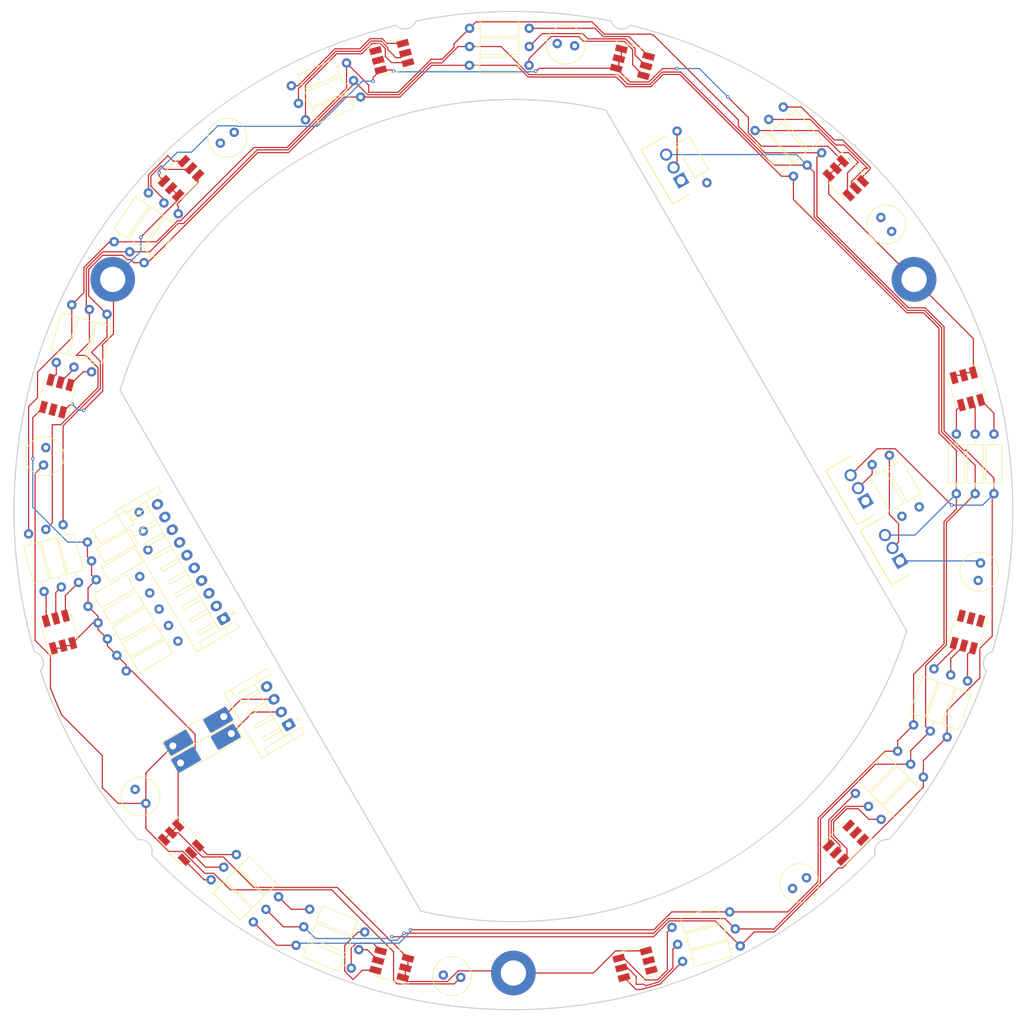
<source format=kicad_pcb>
(kicad_pcb (version 20240108) (generator "pcbnew") (generator_version "8.0")
  (layers (0 "F.Cu" signal) (31 "B.Cu" signal) (34 "B.Paste" user) (35 "F.Paste" user) (36 "B.SilkS" user "B.Silkscreen") (37 "F.SilkS" user "F.Silkscreen") (38 "B.Mask" user) (39 "F.Mask" user) (44 "Edge.Cuts" user))
  (net 0 "")
  (net 1 "pr1")
  (net 2 "pr2")
  (net 3 "pr3")
  (net 4 "pr4")
  (net 5 "pr5")
  (net 6 "pr6")
  (net 7 "pr7")
  (net 8 "pr8")
  (net 9 "Net-(D1-BA)")
  (net 10 "Net-(D1-GA)")
  (net 11 "Net-(Q1-E)")
  (net 12 "Net-(D1-RA)")
  (net 13 "Net-(D2-BA)")
  (net 14 "Net-(D2-GA)")
  (net 15 "Net-(D2-RA)")
  (net 16 "Net-(D3-BA)")
  (net 17 "Net-(D3-GA)")
  (net 18 "Net-(D3-RA)")
  (net 19 "Net-(D4-BA)")
  (net 20 "Net-(D4-GA)")
  (net 21 "Net-(D4-RA)")
  (net 22 "Net-(D5-BA)")
  (net 23 "Net-(D5-GA)")
  (net 24 "Net-(D5-RA)")
  (net 25 "Net-(D6-BA)")
  (net 26 "Net-(D6-GA)")
  (net 27 "Net-(D6-RA)")
  (net 28 "Net-(D7-BA)")
  (net 29 "Net-(D7-GA)")
  (net 30 "Net-(D7-RA)")
  (net 31 "Net-(D8-BA)")
  (net 32 "Net-(D8-GA)")
  (net 33 "Net-(D8-RA)")
  (net 34 "Net-(D9-BA)")
  (net 35 "Net-(D9-GA)")
  (net 36 "Net-(D9-RA)")
  (net 37 "Net-(D10-BA)")
  (net 38 "Net-(D10-GA)")
  (net 39 "Net-(D10-RA)")
  (net 40 "Net-(D11-BA)")
  (net 41 "Net-(D11-GA)")
  (net 42 "Net-(D11-RA)")
  (net 43 "Net-(D12-BA)")
  (net 44 "Net-(D12-GA)")
  (net 45 "Net-(D12-RA)")
  (net 46 "GND")
  (net 47 "5V")
  (net 48 "Net-(Q1-B)")
  (net 49 "BLAUW")
  (net 50 "GROEN")
  (net 51 "Net-(Q2-B)")
  (net 52 "ROOD")
  (net 53 "Net-(Q3-B)")
  (net 55 "Net-(Q3-E)")
  (net 56 "Net-(Q2-E)")
  (net 57 "Net-(D13-K)")
  (net 58 "Net-(D14-A)")
  (footprint "LED_SMD:LED_RGB_5050-6" (layer "F.Cu") (at 38.3632 84.6218 75)
    (property "Reference" "D11" (hide yes))
    (property "Value" "LED_RGB")
  )
  (footprint "Library:FOTORESist" (layer "F.Cu") (at 67.3991 40.6317 38)
    (property "Reference" "PR8" (hide yes))
    (property "Value" "A1050")
  )
  (footprint "Resistor_THT:R_Axial_DIN0207_L6.3mm_D2.5mm_P10.16mm_Horizontal" (layer "F.Cu") (at 53.977538 50.027416 -125)
    (property "Reference" "220Ω_36" (hide yes))
    (property "Value" "R_US" (hide yes))
  )
  (footprint "Resistor_THT:R_Axial_DIN0207_L6.3mm_D2.5mm_P10.16mm_Horizontal" (layer "F.Cu") (at 66.799999 164.85 -45)
    (property "Reference" "220Ω_26" (hide yes))
    (property "Value" "R_US" (hide yes))
  )
  (footprint "Resistor_THT:R_Axial_DIN0207_L6.3mm_D2.5mm_P10.16mm_Horizontal" (layer "F.Cu") (at 38.3 78.9 75)
    (property "Reference" "220Ω_33" (hide yes))
    (property "Value" "R_US")
  )
  (footprint "Resistor_THT:R_Axial_DIN0207_L6.3mm_D2.5mm_P10.16mm_Horizontal" (layer "F.Cu") (at 159.569278 37.516988 -50)
    (property "Reference" "220Ω_8" (hide yes))
    (property "Value" "R_US")
  )
  (footprint "LED_SMD:LED_RGB_5050-6" (layer "F.Cu") (at 136.805524 181.374066 -165)
    (property "Reference" "D7" (hide yes))
    (property "Value" "LED_RGB")
  )
  (footprint "Resistor_THT:R_Axial_DIN0207_L6.3mm_D2.5mm_P10.16mm_Horizontal" (layer "F.Cu") (at 89.8 178.9 157.5)
    (property "Reference" "220Ω_23" (hide yes))
    (property "Value" "R_US" (hide yes))
  )
  (footprint "LED_SMD:LED_RGB_5050-6" (layer "F.Cu") (at 59.531458 160.668542 -45)
    (property "Reference" "D9" (hide yes))
    (property "Value" "LED_RGB")
  )
  (footprint "Diode_SMD:D_MELF-RM10_Universal_Handsoldering" (layer "F.Cu") (at 63.769873 144.6 -150)
    (property "Reference" "D13" (hide yes))
    (property "Value" "D")
  )
  (footprint "MountingHole:MountingHole_4.3mm_M4_ISO7380_Pad" (layer "F.Cu") (at 116.099501 182.875)
    (property "Reference" "J4" (hide yes))
    (property "Value" "Screw_Terminal_01x01")
  )
  (footprint "Connector_JST:JST_EH_S10B-EH_1x10_P2.50mm_Horizontal" (layer "F.Cu") (at 66.776667 122.542785 120)
    (property "Reference" "J2" (hide yes))
    (property "Value" "Conn_01x10_Socket")
  )
  (footprint "Resistor_THT:R_Axial_DIN0207_L6.3mm_D2.5mm_P10.16mm_Horizontal" (layer "F.Cu") (at 56.613769 51.738708 -125)
    (property "Reference" "220Ω_35" (hide yes))
    (property "Value" "R_US" (hide yes))
  )
  (footprint "Library:FOTORESist" (layer "F.Cu") (at 164.800914 167.568267 -142.5)
    (property "Reference" "PR4" (hide yes))
    (property "Value" "A1050")
  )
  (footprint "LED_SMD:LED_RGB_5050-6" (layer "F.Cu") (at 136.358216 27.779092 -15)
    (property "Reference" "D2" (hide yes))
    (property "Value" "LED_RGB")
  )
  (footprint "Resistor_THT:R_Axial_DIN0207_L6.3mm_D2.5mm_P10.16mm_Horizontal" (layer "F.Cu") (at 143.96 39.500591 -60)
    (property "Reference" "R2" (hide yes))
    (property "Value" "R_US")
  )
  (footprint "Resistor_THT:R_Axial_DIN0207_L6.3mm_D2.5mm_P10.16mm_Horizontal" (layer "F.Cu") (at 90.8 175.9 157.5)
    (property "Reference" "220Ω_24" (hide yes))
    (property "Value" "R_US" (hide yes))
  )
  (footprint "Resistor_THT:R_Axial_DIN0207_L6.3mm_D2.5mm_P10.16mm_Horizontal" (layer "F.Cu") (at 68.942102 162.707898 -45)
    (property "Reference" "220Ω_27" (hide yes))
    (property "Value" "R_US" (hide yes))
  )
  (footprint "Resistor_THT:R_Axial_DIN0207_L6.3mm_D2.5mm_P10.16mm_Horizontal" (layer "F.Cu") (at 191.5 91.1 -90)
    (property "Reference" "220Ω_10" (hide yes))
    (property "Value" "R_US" (hide yes))
  )
  (footprint "Resistor_THT:R_Axial_DIN0207_L6.3mm_D2.5mm_P10.16mm_Horizontal" (layer "F.Cu") (at 118.76 28.299999 180)
    (property "Reference" "220Ω_4" (hide yes))
    (property "Value" "R_US" (hide yes))
  )
  (footprint "Resistor_THT:R_Axial_DIN0207_L6.3mm_D2.5mm_P10.16mm_Horizontal" (layer "F.Cu") (at 44.3 80.5 75)
    (property "Reference" "220Ω_31" (hide yes))
    (property "Value" "R_US")
  )
  (footprint "Resistor_THT:R_Axial_DIN0207_L6.3mm_D2.5mm_P10.16mm_Horizontal" (layer "F.Cu") (at 197.9 91.1 -90)
    (property "Reference" "220Ω_12" (hide yes))
    (property "Value" "R_US" (hide yes))
  )
  (footprint "LED_SMD:LED_RGB_5050-6" (layer "F.Cu") (at 193.374066 124.805524 -105)
    (property "Reference" "D5" (hide yes))
    (property "Value" "LED_RGB")
  )
  (footprint "Library:FOTORESist" (layer "F.Cu") (at 52.631733 152.800914 127.5)
    (property "Reference" "PR6" (hide yes))
    (property "Value" "A1050")
  )
  (footprint "Resistor_THT:R_Axial_DIN0207_L6.3mm_D2.5mm_P10.16mm_Horizontal" (layer "F.Cu") (at 144.9 180.9 15)
    (property "Reference" "220Ω_21" (hide yes))
    (property "Value" "R_US")
  )
  (footprint "Resistor_THT:R_Axial_DIN0207_L6.3mm_D2.5mm_P10.16mm_Horizontal" (layer "F.Cu") (at 79.513384 34.788064 22.5)
    (property "Reference" "220Ω_2" (hide yes))
    (property "Value" "R_US")
  )
  (footprint "Resistor_THT:R_Axial_DIN0207_L6.3mm_D2.5mm_P10.16mm_Horizontal" (layer "F.Cu") (at 54.199409 118.16 -150)
    (property "Reference" "10KΩ_4" (hide yes))
    (property "Value" "R_US")
  )
  (footprint "Library:FOTORESist" (layer "F.Cu") (at 105.657905 183.415589 172.5)
    (property "Reference" "PR5" (hide yes))
    (property "Value" "A1050")
  )
  (footprint "Resistor_THT:R_Axial_DIN0207_L6.3mm_D2.5mm_P10.16mm_Horizontal" (layer "F.Cu") (at 88.493309 182.044033 157.5)
    (property "Reference" "220Ω_22" (hide yes))
    (property "Value" "R_US" (hide yes))
  )
  (footprint "Resistor_THT:R_Axial_DIN0207_L6.3mm_D2.5mm_P10.16mm_Horizontal" (layer "F.Cu") (at 144.05 178 15)
    (property "Reference" "220Ω_20" (hide yes))
    (property "Value" "R_US" (hide yes))
  )
  (footprint "Resistor_THT:R_Axial_DIN0207_L6.3mm_D2.5mm_P10.16mm_Horizontal" (layer "F.Cu") (at 143.1 175.1 15)
    (property "Reference" "220Ω_19" (hide yes))
    (property "Value" "R_US" (hide yes))
  )
  (footprint "LED_SMD:LED_RGB_5050-6" (layer "F.Cu") (at 95.394476 26.825934 15)
    (property "Reference" "D1" (hide yes))
    (property "Value" "LED_RGB" (hide yes))
  )
  (footprint "Resistor_THT:R_Axial_DIN0207_L6.3mm_D2.5mm_P10.16mm_Horizontal" (layer "F.Cu") (at 193.4 133.15 -110)
    (property "Reference" "220Ω_15" (hide yes))
    (property "Value" "R_US" (hide yes))
  )
  (footprint "Resistor_THT:R_Axial_DIN0207_L6.3mm_D2.5mm_P10.16mm_Horizontal" (layer "F.Cu") (at 64.65 167 -45)
    (property "Reference" "220Ω_25" (hide yes))
    (property "Value" "R_US" (hide yes))
  )
  (footprint "LED_SMD:LED_RGB_5050-6" (layer "F.Cu") (at 38.825934 124.805524 105)
    (property "Reference" "D10" (hide yes))
    (property "Value" "LED_RGB")
  )
  (footprint "Resistor_THT:R_Axial_DIN0207_L6.3mm_D2.5mm_P10.16mm_Horizontal" (layer "F.Cu") (at 176.538132 154.499595 45)
    (property "Reference" "220Ω_17" (hide yes))
    (property "Value" "R_US" (hide yes))
  )
  (footprint "Resistor_THT:R_Axial_DIN0207_L6.3mm_D2.5mm_P10.16mm_Horizontal" (layer "F.Cu") (at 180.1 94.7 -60)
    (property "Reference" "R3" (hide yes))
    (property "Value" "R_US" (hide yes))
  )
  (footprint "Resistor_THT:R_Axial_DIN0207_L6.3mm_D2.5mm_P10.16mm_Horizontal" (layer "F.Cu") (at 59.063769 53.588708 -125)
    (property "Reference" "220Ω_34" (hide yes))
    (property "Value" "R_US" (hide yes))
  )
  (footprint "LED_SMD:LED_RGB_5050-6" (layer "F.Cu") (at 172.668542 47.531458 -45)
    (property "Reference" "D3" (hide yes))
    (property "Value" "LED_RGB")
  )
  (footprint "Library:NPN" (layer "F.Cu") (at 176.04 102.49941 120)
    (property "Reference" "Q1" (hide yes))
    (property "Value" "NPN")
  )
  (footprint "Resistor_THT:R_Axial_DIN0207_L6.3mm_D2.5mm_P10.16mm_Horizontal" (layer "F.Cu") (at 53.898817 110.82 -150)
    (property "Reference" "10KΩ_6" (hide yes))
    (property "Value" "R_US")
  )
  (footprint "Resistor_THT:R_Axial_DIN0207_L6.3mm_D2.5mm_P10.16mm_Horizontal" (layer "F.Cu") (at 187.687463 131.076362 -110)
    (property "Reference" "220Ω_13" (hide yes))
    (property "Value" "R_US" (hide yes))
  )
  (footprint "LED_SMD:LED_RGB_5050-6" (layer "F.Cu") (at 95.394476 181.374066 165)
    (property "Reference" "D8" (hide yes))
    (property "Value" "LED_RGB")
  )
  (footprint "Library:FOTORESist" (layer "F.Cu") (at 179.568267 55.399086 -52.5)
    (property "Reference" "PR2" (hide yes))
    (property "Value" "A1050")
  )
  (footprint "Resistor_THT:R_Axial_DIN0207_L6.3mm_D2.5mm_P10.16mm_Horizontal" (layer "F.Cu") (at 42.0852 116.357723 105)
    (property "Reference" "220Ω_28" (hide yes))
    (property "Value" "R_US")
  )
  (footprint "Resistor_THT:R_Axial_DIN0207_L6.3mm_D2.5mm_P10.16mm_Horizontal" (layer "F.Cu") (at 174.315794 152.284207 45)
    (property "Reference" "220Ω_16" (hide yes))
    (property "Value" "R_US")
  )
  (footprint "Resistor_THT:R_Axial_DIN0207_L6.3mm_D2.5mm_P10.16mm_Horizontal" (layer "F.Cu") (at 53.098818 107.62 -150)
    (property "Reference" "10KΩ_7" (hide yes))
    (property "Value" "R_US")
  )
  (footprint "Resistor_THT:R_Axial_DIN0207_L6.3mm_D2.5mm_P10.16mm_Horizontal" (layer "F.Cu") (at 157.234639 39.408494 -50)
    (property "Reference" "220Ω_7" (hide yes))
    (property "Value" "R_US")
  )
  (footprint "Resistor_THT:R_Axial_DIN0207_L6.3mm_D2.5mm_P10.16mm_Horizontal" (layer "F.Cu") (at 52.499409 115.36 -150)
    (property "Reference" "10KΩ_5" (hide yes))
    (property "Value" "R_US")
  )
  (footprint "LED_SMD:LED_RGB_5050-6" (layer "F.Cu") (at 59.531458 47.531458 45)
    (property "Reference" "D12" (hide yes))
    (property "Value" "LED_RGB")
  )
  (footprint "Resistor_THT:R_Axial_DIN0207_L6.3mm_D2.5mm_P10.16mm_Horizontal" (layer "F.Cu") (at 58.999409 126.36 -150)
    (property "Reference" "10KΩ_1" (hide yes))
    (property "Value" "R_US")
  )
  (footprint "Resistor_THT:R_Axial_DIN0207_L6.3mm_D2.5mm_P10.16mm_Horizontal" (layer "F.Cu") (at 178.7 156.7 45)
    (property "Reference" "220Ω_18" (hide yes))
    (property "Value" "R_US" (hide yes))
  )
  (footprint "Resistor_THT:R_Axial_DIN0207_L6.3mm_D2.5mm_P10.16mm_Horizontal" (layer "F.Cu") (at 118.8 22 180)
    (property "Reference" "220Ω_6" (hide yes))
    (property "Value" "R_US" (hide yes))
  )
  (footprint "Resistor_THT:R_Axial_DIN0207_L6.3mm_D2.5mm_P10.16mm_Horizontal" (layer "F.Cu") (at 78.313384 31.788064 22.5)
    (property "Reference" "220Ω_3" (hide yes))
    (property "Value" "R_US")
  )
  (footprint "Resistor_THT:R_Axial_DIN0207_L6.3mm_D2.5mm_P10.16mm_Horizontal" (layer "F.Cu") (at 118.8 25.1 180)
    (property "Reference" "220Ω_5" (hide yes))
    (property "Value" "R_US" (hide yes))
  )
  (footprint "Library:NPN" (layer "F.Cu") (at 181.9 112.7 120)
    (property "Reference" "Q3" (hide yes))
    (property "Value" "NPN")
  )
  (footprint "Resistor_THT:R_Axial_DIN0207_L6.3mm_D2.5mm_P10.16mm_Horizontal" (layer "F.Cu") (at 55.8 120.9 -150)
    (property "Reference" "10KΩ_3" (hide yes))
    (property "Value" "R_US")
  )
  (footprint "LED_SMD:LED_RGB_5050-6" (layer "F.Cu") (at 193.374066 83.394476 -75)
    (property "Reference" "D4" (hide yes))
    (property "Value" "LED_RGB")
  )
  (footprint "Resistor_THT:R_Axial_DIN0207_L6.3mm_D2.5mm_P10.16mm_Horizontal" (layer "F.Cu") (at 36.214803 117.906903 105)
    (property "Reference" "220Ω_30" (hide yes))
    (property "Value" "R_US")
  )
  (footprint "Library:FOTORESist" (layer "F.Cu") (at 125.042095 24.784411 -7.5)
    (property "Reference" "PR1" (hide yes))
    (property "Value" "A1050")
  )
  (footprint "Resistor_THT:R_Axial_DIN0207_L6.3mm_D2.5mm_P10.16mm_Horizontal" (layer "F.Cu") (at 194.7 91.1 -90)
    (property "Reference" "220Ω_11" (hide yes))
    (property "Value" "R_US" (hide yes))
  )
  (footprint "MountingHole:MountingHole_4.3mm_M4_ISO7380_Pad" (layer "F.Cu") (at 184.299002 64.75)
    (property "Reference" "J3" (hide yes))
    (property "Value" "Screw_Terminal_01x01")
  )
  (footprint "Resistor_THT:R_Axial_DIN0207_L6.3mm_D2.5mm_P10.16mm_Horizontal" (layer "F.Cu") (at 52.398818 104.42 -150)
    (property "Reference" "10KΩ_8" (hide yes))
    (property "Value" "R_US")
  )
  (footprint "Diode_SMD:D_MELF-RM10_Universal_Handsoldering" (layer "F.Cu") (at 62.469872 141.699999 30)
    (property "Reference" "D14" (hide yes))
    (property "Value" "D")
  )
  (footprint "Resistor_THT:R_Axial_DIN0207_L6.3mm_D2.5mm_P10.16mm_Horizontal" (layer "F.Cu") (at 177.16 96.300591 -60)
    (property "Reference" "R1" (hide yes))
    (property "Value" "R_US")
  )
  (footprint "Library:FOTORESist" (layer "F.Cu") (at 36.321718 94.8852 82.5)
    (property "Reference" "PR7" (hide yes))
    (property "Value" "A1050")
  )
  (footprint "Resistor_THT:R_Axial_DIN0207_L6.3mm_D2.5mm_P10.16mm_Horizontal" (layer "F.Cu") (at 190.537463 132.126362 -110)
    (property "Reference" "220Ω_14" (hide yes))
    (property "Value" "R_US" (hide yes))
  )
  (footprint "Resistor_THT:R_Axial_DIN0207_L6.3mm_D2.5mm_P10.16mm_Horizontal" (layer "F.Cu") (at 57.4 123.7 -150)
    (property "Reference" "10KΩ_2" (hide yes))
    (property "Value" "R_US")
  )
  (footprint "LED_SMD:LED_RGB_5050-6" (layer "F.Cu") (at 172.668542 160.668542 -135)
    (property "Reference" "D6" (hide yes))
    (property "Value" "LED_RGB")
  )
  (footprint "Resistor_THT:R_Axial_DIN0207_L6.3mm_D2.5mm_P10.16mm_Horizontal" (layer "F.Cu") (at 80.713384 37.588064 22.5)
    (property "Reference" "220Ω_1" (hide yes))
    (property "Value" "R_US")
  )
  (footprint "Resistor_THT:R_Axial_DIN0207_L6.3mm_D2.5mm_P10.16mm_Horizontal" (layer "F.Cu") (at 162.034639 35.408494 -50)
    (property "Reference" "220Ω_9" (hide yes))
    (property "Value" "R_US")
  )
  (footprint "Library:NPN" (layer "F.Cu") (at 144.64 47.899408 120)
    (property "Reference" "Q2" (hide yes))
    (property "Value" "NPN")
  )
  (footprint "Resistor_THT:R_Axial_DIN0207_L6.3mm_D2.5mm_P10.16mm_Horizontal" (layer "F.Cu") (at 41.3 79.7 75)
    (property "Reference" "220Ω_32" (hide yes))
    (property "Value" "R_US")
  )
  (footprint "Connector_JST:JST_EH_S4B-EH_1x04_P2.50mm_Horizontal" (layer "F.Cu") (at 77.85 140.59519 120)
    (property "Reference" "J1" (hide yes))
    (property "Value" "Conn_01x04_Socket")
  )
  (footprint "MountingHole:MountingHole_4.3mm_M4_ISO7380_Pad" (layer "F.Cu") (at 47.9 64.75)
    (property "Reference" "J5" (hide yes))
    (property "Value" "Screw_Terminal_01x01" (hide yes))
  )
  (footprint "Library:FOTORESist" (layer "F.Cu") (at 195.415589 114.542095 -97.5)
    (property "Reference" "PR3" (hide yes))
    (property "Value" "A1050")
  )
  (footprint "Resistor_THT:R_Axial_DIN0207_L6.3mm_D2.5mm_P10.16mm_Horizontal" (layer "F.Cu") (at 39.150001 117.149999 105)
    (property "Reference" "220Ω_29" (hide yes))
    (property "Value" "R_US")
  )
  (gr_arc (start 183.041031 124.59037) (mid 151.0995 164.746777) (end 100.352265 172.33075) (stroke (width 0.2)) (layer "Edge.Cuts"))
  (gr_arc (start 177.67869 162.716839) (mid 116.099501 189.125) (end 54.520312 162.716839) (stroke (width 0.2)) (layer "Edge.Cuts"))
  (gr_arc (start 196.59566 131.426435) (mid 196.189006 129.49945) (end 197.631109 128.158191) (stroke (width 0.2)) (layer "Edge.Cuts"))
  (gr_arc (start 34.567885 128.158224) (mid 36.009965 129.49947) (end 35.603342 131.426435) (stroke (width 0.2)) (layer "Edge.Cuts"))
  (gr_line (start 100.352265 172.33075) (end 49.157969 83.659628) (stroke (width 0.2)) (layer "Edge.Cuts"))
  (gr_arc (start 99.495157 20.762564) (mid 98.029669 22.07819) (end 96.147076 21.499939) (stroke (width 0.2)) (layer "Edge.Cuts"))
  (gr_arc (start 99.495157 20.762564) (mid 116.099501 19.125) (end 132.703845 20.762564) (stroke (width 0.2)) (layer "Edge.Cuts"))
  (gr_line (start 131.846734 35.919247) (end 183.041031 124.59037) (stroke (width 0.2)) (layer "Edge.Cuts"))
  (gr_arc (start 136.051927 21.499939) (mid 189.71166 61.625) (end 197.631116 128.158222) (stroke (width 0.2)) (layer "Edge.Cuts"))
  (gr_arc (start 52.207685 160.186002) (mid 42.487341 146.625001) (end 35.603342 131.426435) (stroke (width 0.2)) (layer "Edge.Cuts"))
  (gr_arc (start 34.567886 128.158222) (mid 42.487342 61.625) (end 96.147075 21.499939) (stroke (width 0.2)) (layer "Edge.Cuts"))
  (gr_arc (start 52.2077 160.186078) (mid 54.079784 160.79738) (end 54.520311 162.716839) (stroke (width 0.2)) (layer "Edge.Cuts"))
  (gr_arc (start 196.59566 131.426435) (mid 189.71166 146.625) (end 179.991317 160.186002) (stroke (width 0.2)) (layer "Edge.Cuts"))
  (gr_arc (start 177.678691 162.716839) (mid 178.119218 160.79738) (end 179.991302 160.186078) (stroke (width 0.2)) (layer "Edge.Cuts"))
  (gr_arc (start 49.157969 83.659628) (mid 81.0995 43.503221) (end 131.846734 35.919247) (stroke (width 0.2)) (layer "Edge.Cuts"))
  (gr_arc (start 136.051926 21.499938) (mid 134.169335 22.07819) (end 132.703847 20.762564) (stroke (width 0.2)) (layer "Edge.Cuts"))
  (segment (start 92.070775 24.565533) (end 93.434687 24.565533) (width 0.2) (layer "F.Cu") (net 9))
  (segment (start 90.304213 26.332095) (end 86.032095 26.332095) (width 0.2) (layer "F.Cu") (net 9))
  (segment (start 95.346842 27.846842) (end 98.15269 27.846842) (width 0.2) (layer "F.Cu") (net 9))
  (segment (start 94.3 25.430846) (end 94.3 26.8) (width 0.2) (layer "F.Cu") (net 9))
  (segment (start 90.5 26.136308) (end 90.304213 26.332095) (width 0.2) (layer "F.Cu") (net 9))
  (segment (start 94.3 26.8) (end 95.346842 27.846842) (width 0.2) (layer "F.Cu") (net 9))
  (segment (start 80.713384 37.588064) (end 80.713384 31.650806) (width 0.2) (layer "F.Cu") (net 9))
  (segment (start 90.5 26.136308) (end 92.070775 24.565533) (width 0.2) (layer "F.Cu") (net 9))
  (segment (start 80.713384 31.650806) (end 86.032095 26.332095) (width 0.2) (layer "F.Cu") (net 9))
  (segment (start 93.434687 24.565533) (end 94.3 25.430846) (width 0.2) (layer "F.Cu") (net 9))
  (segment (start 85.899252 25.899252) (end 79.513384 32.28512) (width 0.2) (layer "F.Cu") (net 10))
  (segment (start 96.917466 27) (end 96.103468 27) (width 0.2) (layer "F.Cu") (net 10))
  (segment (start 90.1 25.932095) (end 89.9 25.932095) (width 0.2) (layer "F.Cu") (net 10))
  (segment (start 89.867157 25.899252) (end 85.899252 25.899252) (width 0.2) (layer "F.Cu") (net 10))
  (segment (start 79.513384 32.28512) (end 79.513384 34.788064) (width 0.2) (layer "F.Cu") (net 10))
  (segment (start 93.600373 24.165533) (end 91.866562 24.165533) (width 0.2) (layer "F.Cu") (net 10))
  (segment (start 97.712698 26.204768) (end 96.917466 27) (width 0.2) (layer "F.Cu") (net 10))
  (segment (start 89.9 25.932095) (end 89.867157 25.899252) (width 0.2) (layer "F.Cu") (net 10))
  (segment (start 91.866562 24.165533) (end 90.1 25.932095) (width 0.2) (layer "F.Cu") (net 10))
  (segment (start 96.103468 27) (end 94.7 25.596532) (width 0.2) (layer "F.Cu") (net 10))
  (segment (start 94.7 25.26516) (end 93.600373 24.165533) (width 0.2) (layer "F.Cu") (net 10))
  (segment (start 94.7 25.596532) (end 94.7 25.26516) (width 0.2) (layer "F.Cu") (net 10))
  (segment (start 154.4 38.695175) (end 158.896331 43.191506) (width 0.2) (layer "F.Cu") (net 11))
  (segment (start 40.929602 69.086194) (end 43.000001 67.015795) (width 0.2) (layer "F.Cu") (net 11))
  (segment (start 43.000001 62.720351) (end 47.370351 58.350001) (width 0.2) (layer "F.Cu") (net 11))
  (segment (start 160.516055 175.883945) (end 171.436305 164.963695) (width 0.2) (layer "F.Cu") (net 11))
  (segment (start 189.4 72.8) (end 189.4 90.555635) (width 0.2) (layer "F.Cu") (net 11))
  (segment (start 35.1 84.904323) (end 35.1 80.544365) (width 0.2) (layer "F.Cu") (net 11))
  (segment (start 158.896331 43.191506) (end 168.565363 43.191506) (width 0.2) (layer "F.Cu") (net 11))
  (segment (start 87.7 32.157083) (end 87.7 27.9) (width 0.2) (layer "F.Cu") (net 11))
  (segment (start 40.929602 74.714763) (end 40.929602 69.086194) (width 0.2) (layer "F.Cu") (net 11))
  (segment (start 185.884205 146.738147) (end 189.925075 142.697277) (width 0.2) (layer "F.Cu") (net 11))
  (segment (start 55.349999 58.350001) (end 58.9 54.8) (width 0.2) (layer "F.Cu") (net 11))
  (segment (start 189.925075 138.18056) (end 195.488093 132.617542) (width 0.2) (layer "F.Cu") (net 11))
  (segment (start 77.557083 42.3) (end 87.7 32.157083) (width 0.2) (layer "F.Cu") (net 11))
  (segment (start 129.465686 20.9) (end 131.565686 23) (width 0.2) (layer "F.Cu") (net 11))
  (segment (start 43.000001 67.015795) (end 43.000001 62.720351) (width 0.2) (layer "F.Cu") (net 11))
  (segment (start 186.2 69.6) (end 189.4 72.8) (width 0.2) (layer "F.Cu") (net 11))
  (segment (start 71.908112 42.3) (end 77.557083 42.3) (width 0.2) (layer "F.Cu") (net 11))
  (segment (start 139.944365 176.7) (end 95.4 176.7) (width 0.2) (layer "F.Cu") (net 11))
  (segment (start 150.443406 174) (end 142.644365 174) (width 0.2) (layer "F.Cu") (net 11))
  (segment (start 142.644365 174) (end 139.944365 176.7) (width 0.2) (layer "F.Cu") (net 11))
  (segment (start 81.413384 172.011936) (end 78.24614 172.011936) (width 0.2) (layer "F.Cu") (net 11))
  (segment (start 106 25.234314) (end 103.967157 27.267157) (width 0.2) (layer "F.Cu") (net 11))
  (segment (start 183.350726 69.6) (end 186.2 69.6) (width 0.2) (layer "F.Cu") (net 11))
  (segment (start 192.744365 93.9) (end 193 93.9) (width 0.2) (layer "F.Cu") (net 11))
  (segment (start 91.465686 32.9) (end 91.465686 31.665686) (width 0.2) (layer "F.Cu") (net 11))
  (segment (start 185.884205 151.215795) (end 185.884205 149.515795) (width 0.2) (layer "F.Cu") (net 11))
  (segment (start 78.24614 172.011936) (end 76.126307 169.892103) (width 0.2) (layer "F.Cu") (net 11))
  (segment (start 171.436305 164.963695) (end 172.136305 164.963695) (width 0.2) (layer "F.Cu") (net 11))
  (segment (start 154.713805 178.270399) (end 157.100259 175.883945) (width 0.2) (layer "F.Cu") (net 11))
  (segment (start 108.64 22) (end 109.74 20.9) (width 0.2) (layer "F.Cu") (net 11))
  (segment (start 193 93.9) (end 193.1 93.8) (width 0.2) (layer "F.Cu") (net 11))
  (segment (start 58.9 54.8) (end 59.408112 54.8) (width 0.2) (layer "F.Cu") (net 11))
  (segment (start 189.4 90.555635) (end 192.744365 93.9) (width 0.2) (layer "F.Cu") (net 11))
  (segment (start 59.408112 54.8) (end 71.908112 42.3) (width 0.2) (layer "F.Cu") (net 11))
  (segment (start 185.884205 149.515795) (end 185.884205 146.738147) (width 0.2) (layer "F.Cu") (net 11))
  (segment (start 154.713805 178.270399) (end 150.443406 174) (width 0.2) (layer "F.Cu") (net 11))
  (segment (start 189.925075 142.697277) (end 189.925075 138.18056) (width 0.2) (layer "F.Cu") (net 11))
  (segment (start 108.64 22) (end 106 24.64) (width 0.2) (layer "F.Cu") (net 11))
  (segment (start 197.9 98.6) (end 197.9 101.26) (width 0.2) (layer "F.Cu") (net 11))
  (segment (start 195.488093 132.617542) (end 195.488093 127.611907) (width 0.2) (layer "F.Cu") (net 11))
  (segment (start 35.1 80.544365) (end 40.929602 74.714763) (width 0.2) (layer "F.Cu") (net 11))
  (segment (start 197.6 125.5) (end 197.6 101.56) (width 0.2) (layer "F.Cu") (net 11))
  (segment (start 173.5 98.1) (end 178 93.6) (width 0.2) (layer "F.Cu") (net 11))
  (segment (start 168.565363 43.191506) (end 167.765364 43.991505) (width 0.2) (layer "F.Cu") (net 11))
  (segment (start 102.101472 27.267157) (end 96.468629 32.9) (width 0.2) (layer "F.Cu") (net 11))
  (segment (start 33.5852 86.419123) (end 35.1 84.904323) (width 0.2) (layer "F.Cu") (net 11))
  (segment (start 103.967157 27.267157) (end 102.101472 27.267157) (width 0.2) (layer "F.Cu") (net 11))
  (segment (start 181.1 93.6) (end 190.7 103.2) (width 0.2) (layer "F.Cu") (net 11))
  (segment (start 157.100259 175.883945) (end 160.516055 175.883945) (width 0.2) (layer "F.Cu") (net 11))
  (segment (start 193.1 93.8) (end 197.9 98.6) (width 0.2) (layer "F.Cu") (net 11))
  (segment (start 91.465686 31.665686) (end 87.7 27.9) (width 0.2) (layer "F.Cu") (net 11))
  (segment (start 48.150001 58.350001) (end 55.349999 58.350001) (width 0.2) (layer "F.Cu") (net 11))
  (segment (start 172.136305 164.963695) (end 185.884205 151.215795) (width 0.2) (layer "F.Cu") (net 11))
  (segment (start 139.355488 23) (end 139.979563 23.179563) (width 0.2) (layer "F.Cu") (net 11))
  (segment (start 109.74 20.9) (end 129.465686 20.9) (width 0.2) (layer "F.Cu") (net 11))
  (segment (start 178 93.6) (end 181.1 93.6) (width 0.2) (layer "F.Cu") (net 11))
  (segment (start 131.565686 23) (end 139.355488 23) (width 0.2) (layer "F.Cu") (net 11))
  (segment (start 96.468629 32.9) (end 91.465686 32.9) (width 0.2) (layer "F.Cu") (net 11))
  (segment (start 167.765364 43.991505) (end 167.765364 54.014638) (width 0.2) (layer "F.Cu") (net 11))
  (segment (start 154.4 37.6) (end 154.4 38.695175) (width 0.2) (layer "F.Cu") (net 11))
  (segment (start 197.6 101.56) (end 197.9 101.26) (width 0.2) (layer "F.Cu") (net 11))
  (segment (start 167.765364 54.014638) (end 183.350726 69.6) (width 0.2) (layer "F.Cu") (net 11))
  (segment (start 106 24.64) (end 106 25.234314) (width 0.2) (layer "F.Cu") (net 11))
  (segment (start 33.5852 108.093096) (end 33.5852 86.419123) (width 0.2) (layer "F.Cu") (net 11))
  (segment (start 47.370351 58.350001) (end 48.150001 58.350001) (width 0.2) (layer "F.Cu") (net 11))
  (segment (start 195.488093 127.611907) (end 197.6 125.5) (width 0.2) (layer "F.Cu") (net 11))
  (segment (start 139.979563 23.179563) (end 154.4 37.6) (width 0.2) (layer "F.Cu") (net 11))
  (via (at 95.4 176.7) (size 0.6) (drill 0.3) (layers "F.Cu" "B.Cu") (net 11))
  (via (at 190.7 103.2) (size 0.6) (drill 0.3) (layers "F.Cu" "B.Cu") (net 11))
  (segment (start 195.96 103.2) (end 197.9 101.26) (width 0.2) (layer "B.Cu") (net 11))
  (segment (start 190.7 103.2) (end 195.96 103.2) (width 0.2) (layer "B.Cu") (net 11))
  (segment (start 93.766059 23.765533) (end 91.700876 23.765533) (width 0.2) (layer "F.Cu") (net 12))
  (segment (start 79.444754 31.788064) (end 78.313384 31.788064) (width 0.2) (layer "F.Cu") (net 12))
  (segment (start 89.967157 25.499252) (end 85.733567 25.499252) (width 0.2) (layer "F.Cu") (net 12))
  (segment (start 91.700876 23.765533) (end 89.967157 25.499252) (width 0.2) (layer "F.Cu") (net 12))
  (segment (start 85.41641 25.816409) (end 85.416409 25.816409) (width 0.2) (layer "F.Cu") (net 12))
  (segment (start 85.416409 25.816409) (end 79.444754 31.788064) (width 0.2) (layer "F.Cu") (net 12))
  (segment (start 85.733567 25.499252) (end 85.41641 25.816409) (width 0.2) (layer "F.Cu") (net 12))
  (segment (start 94.56322 24.562694) (end 93.766059 23.765533) (width 0.2) (layer "F.Cu") (net 12))
  (segment (start 97.272706 24.562694) (end 94.56322 24.562694) (width 0.2) (layer "F.Cu") (net 12))
  (segment (start 128 24.2) (end 127.2 23.4) (width 0.2) (layer "F.Cu") (net 13))
  (segment (start 138.236446 30.04233) (end 137.268162 29.074046) (width 0.2) (layer "F.Cu") (net 13))
  (segment (start 134.969112 24.2) (end 128 24.2) (width 0.2) (layer "F.Cu") (net 13))
  (segment (start 136.4 28.2) (end 136.4 25.630888) (width 0.2) (layer "F.Cu") (net 13))
  (segment (start 137.268162 29.074046) (end 137.268162 29.068162) (width 0.2) (layer "F.Cu") (net 13))
  (segment (start 122.528629 23.4) (end 118.76 27.168629) (width 0.2) (layer "F.Cu") (net 13))
  (segment (start 118.76 27.168629) (end 118.76 28.299999) (width 0.2) (layer "F.Cu") (net 13))
  (segment (start 137.268162 29.068162) (end 136.4 28.2) (width 0.2) (layer "F.Cu") (net 13))
  (segment (start 127.2 23.4) (end 122.528629 23.4) (width 0.2) (layer "F.Cu") (net 13))
  (segment (start 136.4 25.630888) (end 134.969112 24.2) (width 0.2) (layer "F.Cu") (net 13))
  (segment (start 136.8 25.4) (end 135.2 23.8) (width 0.2) (layer "F.Cu") (net 14))
  (segment (start 136.8 25.4) (end 136.8 26.523819) (width 0.2) (layer "F.Cu") (net 14))
  (segment (start 118.8 25.1) (end 121 22.9) (width 0.2) (layer "F.Cu") (net 14))
  (segment (start 135.2 23.8) (end 128.8 23.8) (width 0.2) (layer "F.Cu") (net 14))
  (segment (start 127.9 22.9) (end 128.8 23.8) (width 0.2) (layer "F.Cu") (net 14))
  (segment (start 136.8 26.523819) (end 138.676438 28.400257) (width 0.2) (layer "F.Cu") (net 14))
  (segment (start 121 22.9) (end 127.9 22.9) (width 0.2) (layer "F.Cu") (net 14))
  (segment (start 130 22) (end 118.8 22) (width 0.2) (layer "F.Cu") (net 15))
  (segment (start 135.758248 23.4) (end 131.4 23.4) (width 0.2) (layer "F.Cu") (net 15))
  (segment (start 139.116432 26.758184) (end 135.758248 23.4) (width 0.2) (layer "F.Cu") (net 15))
  (segment (start 131.4 23.4) (end 130 22) (width 0.2) (layer "F.Cu") (net 15))
  (segment (start 172.969582 50.236661) (end 173.163517 50.430596) (width 0.2) (layer "F.Cu") (net 16))
  (segment (start 167.962415 39.408494) (end 171.711178 43.157257) (width 0.2) (layer "F.Cu") (net 16))
  (segment (start 174.792743 44.807257) (end 172.969582 46.630418) (width 0.2) (layer "F.Cu") (net 16))
  (segment (start 171.711178 43.157257) (end 173.142743 43.157257) (width 0.2) (layer "F.Cu") (net 16))
  (segment (start 173.142743 43.157257) (end 174.792743 44.807257) (width 0.2) (layer "F.Cu") (net 16))
  (segment (start 157.234639 39.408494) (end 167.962415 39.408494) (width 0.2) (layer "F.Cu") (net 16))
  (segment (start 172.969582 46.630418) (end 172.969582 50.236661) (width 0.2) (layer "F.Cu") (net 16))
  (segment (start 173.658491 48.097144) (end 173.658491 48.521407) (width 0.2) (layer "F.Cu") (net 17))
  (segment (start 173.658491 48.521407) (end 174.365598 49.228514) (width 0.2) (layer "F.Cu") (net 17))
  (segment (start 166.636595 37.516988) (end 170.994021 41.874414) (width 0.2) (layer "F.Cu") (net 17))
  (segment (start 172.425586 41.874414) (end 176.392743 45.841571) (width 0.2) (layer "F.Cu") (net 17))
  (segment (start 175.914064 45.841571) (end 173.658491 48.097144) (width 0.2) (layer "F.Cu") (net 17))
  (segment (start 159.569278 37.516988) (end 166.636595 37.516988) (width 0.2) (layer "F.Cu") (net 17))
  (segment (start 176.392743 45.841571) (end 175.914064 45.841571) (width 0.2) (layer "F.Cu") (net 17))
  (segment (start 170.994021 41.874414) (end 172.425586 41.874414) (width 0.2) (layer "F.Cu") (net 17))
  (segment (start 176.8 45.683142) (end 176.8 46) (width 0.2) (layer "F.Cu") (net 18))
  (segment (start 172.128611 41.011753) (end 176.8 45.683142) (width 0.2) (layer "F.Cu") (net 18))
  (segment (start 165.093787 35.408494) (end 170.697046 41.011753) (width 0.2) (layer "F.Cu") (net 18))
  (segment (start 176.8 46) (end 175.567681 47.232319) (width 0.2) (layer "F.Cu") (net 18))
  (segment (start 175.567681 47.232319) (end 175.567681 48.026432) (width 0.2) (layer "F.Cu") (net 18))
  (segment (start 170.697046 41.011753) (end 172.128611 41.011753) (width 0.2) (layer "F.Cu") (net 18))
  (segment (start 162.034639 35.408494) (end 165.093787 35.408494) (width 0.2) (layer "F.Cu") (net 18))
  (segment (start 191.5 87.005848) (end 192.353158 86.15269) (width 0.2) (layer "F.Cu") (net 19))
  (segment (start 191.5 91.1) (end 191.5 87.005848) (width 0.2) (layer "F.Cu") (net 19))
  (segment (start 194.7 91.1) (end 194.7 86.417466) (width 0.2) (layer "F.Cu") (net 20))
  (segment (start 194.7 86.417466) (end 193.995232 85.712698) (width 0.2) (layer "F.Cu") (net 20))
  (segment (start 197.9 91.1) (end 197.9 87.5354) (width 0.2) (layer "F.Cu") (net 21))
  (segment (start 197.9 87.5354) (end 195.637306 85.272706) (width 0.2) (layer "F.Cu") (net 21))
  (segment (start 191.110826 127.652999) (end 191.110826 126.683754) (width 0.2) (layer "F.Cu") (net 22))
  (segment (start 187.687463 131.076362) (end 191.110826 127.652999) (width 0.2) (layer "F.Cu") (net 22))
  (segment (start 190.537463 129.339183) (end 192.7529 127.123746) (width 0.2) (layer "F.Cu") (net 23))
  (segment (start 190.537463 132.126362) (end 190.537463 129.339183) (width 0.2) (layer "F.Cu") (net 23))
  (segment (start 193.4 133.15) (end 193.4 128.558712) (width 0.2) (layer "F.Cu") (net 24))
  (segment (start 193.4 128.558712) (end 194.394974 127.563738) (width 0.2) (layer "F.Cu") (net 24))
  (segment (start 169.769404 161.163517) (end 169.769404 156.830597) (width 0.2) (layer "F.Cu") (net 25))
  (segment (start 169.769404 156.830597) (end 174.315794 152.284207) (width 0.2) (layer "F.Cu") (net 25))
  (segment (start 171.678593 161.109189) (end 170.169404 159.6) (width 0.2) (layer "F.Cu") (net 26))
  (segment (start 171.678593 161.658491) (end 171.678593 161.109189) (width 0.2) (layer "F.Cu") (net 26))
  (segment (start 170.971486 162.365598) (end 171.678593 161.658491) (width 0.2) (layer "F.Cu") (net 26))
  (segment (start 172.700405 154.499595) (end 176.538132 154.499595) (width 0.2) (layer "F.Cu") (net 26))
  (segment (start 170.2 159.569404) (end 170.2 157) (width 0.2) (layer "F.Cu") (net 26))
  (segment (start 170.2 157) (end 172.700405 154.499595) (width 0.2) (layer "F.Cu") (net 26))
  (segment (start 170.169404 159.6) (end 170.2 159.569404) (width 0.2) (layer "F.Cu") (net 26))
  (segment (start 172.880674 162.860572) (end 172.880674 161.745584) (width 0.2) (layer "F.Cu") (net 27))
  (segment (start 172.866091 154.899595) (end 174.8 154.899595) (width 0.2) (layer "F.Cu") (net 27))
  (segment (start 172.880674 161.745584) (end 170.6 159.46491) (width 0.2) (layer "F.Cu") (net 27))
  (segment (start 170.6 159.46491) (end 170.6 157.165686) (width 0.2) (layer "F.Cu") (net 27))
  (segment (start 170.6 157.165686) (end 172.866091 154.899595) (width 0.2) (layer "F.Cu") (net 27))
  (segment (start 174.8 154.899595) (end 176.600405 156.7) (width 0.2) (layer "F.Cu") (net 27))
  (segment (start 172.173567 163.567679) (end 172.880674 162.860572) (width 0.2) (layer "F.Cu") (net 27))
  (segment (start 176.600405 156.7) (end 178.7 156.7) (width 0.2) (layer "F.Cu") (net 27))
  (segment (start 143.1 175.1) (end 142.300001 175.899999) (width 0.2) (layer "F.Cu") (net 28))
  (segment (start 134.883146 180.353158) (end 134.04731 180.353158) (width 0.2) (layer "F.Cu") (net 28))
  (segment (start 142.300001 175.899999) (end 142.300001 182.368627) (width 0.2) (layer "F.Cu") (net 28))
  (segment (start 140.629625 184.039003) (end 140.576314 184.05501) (width 0.2) (layer "F.Cu") (net 28))
  (segment (start 142.300001 182.368627) (end 140.629625 184.039003) (width 0.2) (layer "F.Cu") (net 28))
  (segment (start 138.584998 184.05501) (end 134.883146 180.353158) (width 0.2) (layer "F.Cu") (net 28))
  (segment (start 140.576314 184.05501) (end 138.584998 184.05501) (width 0.2) (layer "F.Cu") (net 28))
  (segment (start 138.388063 184.8) (end 137 184.8) (width 0.2) (layer "F.Cu") (net 29))
  (segment (start 138.947317 184.951538) (end 138.628003 185.03994) (width 0.2) (layer "F.Cu") (net 29))
  (segment (start 137 183.472654) (end 135.522578 181.995232) (width 0.2) (layer "F.Cu") (net 29))
  (segment (start 137 184.8) (end 137 183.472654) (width 0.2) (layer "F.Cu") (net 29))
  (segment (start 143.250001 181.984313) (end 140.841194 184.39312) (width 0.2) (layer "F.Cu") (net 29))
  (segment (start 144.05 178) (end 143.250001 178.799999) (width 0.2) (layer "F.Cu") (net 29))
  (segment (start 138.628003 185.03994) (end 138.388063 184.8) (width 0.2) (layer "F.Cu") (net 29))
  (segment (start 143.250001 178.799999) (end 143.250001 181.984313) (width 0.2) (layer "F.Cu") (net 29))
  (segment (start 135.522578 181.995232) (end 134.487302 181.995232) (width 0.2) (layer "F.Cu") (net 29))
  (segment (start 139.384266 184.830569) (end 138.947317 184.951538) (width 0.2) (layer "F.Cu") (net 29))
  (segment (start 140.841194 184.39312) (end 139.384266 184.830569) (width 0.2) (layer "F.Cu") (net 29))
  (segment (start 141.2 184.7) (end 141.2 184.6) (width 0.2) (layer "F.Cu") (net 30))
  (segment (start 139.495197 185.214904) (end 141.173292 184.711048) (width 0.2) (layer "F.Cu") (net 30))
  (segment (start 141.2 184.6) (end 144.9 180.9) (width 0.2) (layer "F.Cu") (net 30))
  (segment (start 137.811681 185.680983) (end 139.495197 185.214904) (width 0.2) (layer "F.Cu") (net 30))
  (segment (start 141.173292 184.711048) (end 141.18434 184.7) (width 0.2) (layer "F.Cu") (net 30))
  (segment (start 134.927294 183.637306) (end 136.970971 185.680983) (width 0.2) (layer "F.Cu") (net 30))
  (segment (start 141.18434 184.7) (end 141.2 184.7) (width 0.2) (layer "F.Cu") (net 30))
  (segment (start 136.970971 185.680983) (end 137.811681 185.680983) (width 0.2) (layer "F.Cu") (net 30))
  (segment (start 88.493309 178.651056) (end 89.344365 177.8) (width 0.2) (layer "F.Cu") (net 31))
  (segment (start 88.493309 182.044033) (end 88.493309 178.651056) (width 0.2) (layer "F.Cu") (net 31))
  (segment (start 89.344365 177.8) (end 92.205419 177.8) (width 0.2) (layer "F.Cu") (net 31))
  (segment (start 92.205419 177.8) (end 93.516246 179.110827) (width 0.2) (layer "F.Cu") (net 31))
  (segment (start 91.223354 178.9) (end 89.8 178.9) (width 0.2) (layer "F.Cu") (net 32))
  (segment (start 93.076254 180.7529) (end 91.223354 178.9) (width 0.2) (layer "F.Cu") (net 32))
  (segment (start 88.809686 183.984821) (end 90.399533 182.394974) (width 0.2) (layer "F.Cu") (net 33))
  (segment (start 87.393309 178.175321) (end 87.393309 182.568444) (width 0.2) (layer "F.Cu") (net 33))
  (segment (start 87.393309 182.568444) (end 88.809686 183.984821) (width 0.2) (layer "F.Cu") (net 33))
  (segment (start 89.66863 175.9) (end 87.393309 178.175321) (width 0.2) (layer "F.Cu") (net 33))
  (segment (start 90.8 175.9) (end 89.66863 175.9) (width 0.2) (layer "F.Cu") (net 33))
  (segment (start 90.399533 182.394974) (end 92.636262 182.394974) (width 0.2) (layer "F.Cu") (net 33))
  (segment (start 63.458753 167) (end 64.65 167) (width 0.2) (layer "F.Cu") (net 34))
  (segment (start 60.026433 163.56768) (end 63.458753 167) (width 0.2) (layer "F.Cu") (net 34))
  (segment (start 61.228514 162.365598) (end 63.712916 164.85) (width 0.2) (layer "F.Cu") (net 35))
  (segment (start 63.712916 164.85) (end 66.799999 164.85) (width 0.2) (layer "F.Cu") (net 35))
  (segment (start 62.430596 161.163517) (end 63.974977 162.707898) (width 0.2) (layer "F.Cu") (net 36))
  (segment (start 63.974977 162.707898) (end 68.942102 162.707898) (width 0.2) (layer "F.Cu") (net 36))
  (segment (start 39.846845 118.596078) (end 42.0852 116.357723) (width 0.2) (layer "F.Cu") (net 37))
  (segment (start 39.846845 122.047309) (end 39.846845 118.596078) (width 0.2) (layer "F.Cu") (net 37))
  (segment (start 38.204768 122.487302) (end 38.204768 118.095232) (width 0.2) (layer "F.Cu") (net 38))
  (segment (start 38.204768 118.095232) (end 39.150001 117.149999) (width 0.2) (layer "F.Cu") (net 38))
  (segment (start 36.562695 122.927295) (end 36.562695 118.254795) (width 0.2) (layer "F.Cu") (net 39))
  (segment (start 36.562695 118.254795) (end 36.214803 117.906903) (width 0.2) (layer "F.Cu") (net 39))
  (segment (start 42.870012 80.5) (end 40.626441 82.743571) (width 0.2) (layer "F.Cu") (net 40))
  (segment (start 44.3 80.5) (end 42.870012 80.5) (width 0.2) (layer "F.Cu") (net 40))
  (segment (start 41.3 79.987945) (end 41.3 79.7) (width 0.2) (layer "F.Cu") (net 41))
  (segment (start 38.984367 82.303578) (end 41.3 79.987945) (width 0.2) (layer "F.Cu") (net 41))
  (segment (start 38.3 80.905878) (end 38.3 78.9) (width 0.2) (layer "F.Cu") (net 42))
  (segment (start 37.342292 81.863586) (end 38.3 80.905878) (width 0.2) (layer "F.Cu") (net 42))
  (segment (start 62.430597 47.036483) (end 62.430597 48.369403) (width 0.2) (layer "F.Cu") (net 43))
  (segment (start 59.063769 52.263769) (end 59.063769 53.588708) (width 0.2) (layer "F.Cu") (net 43))
  (segment (start 62.430597 48.369403) (end 58.9 51.9) (width 0.2) (layer "F.Cu") (net 43))
  (segment (start 58.9 52.1) (end 59.063769 52.263769) (width 0.2) (layer "F.Cu") (net 43))
  (segment (start 58.9 51.9) (end 58.9 52.1) (width 0.2) (layer "F.Cu") (net 43))
  (segment (start 56.728337 46.028336) (end 61.034581 46.028336) (width 0.2) (layer "F.Cu") (net 44))
  (segment (start 56.121439 45.421438) (end 56.728337 46.028336) (width 0.2) (layer "F.Cu") (net 44))
  (segment (start 56.613769 51.738708) (end 56.613769 51.108012) (width 0.2) (layer "F.Cu") (net 44))
  (segment (start 61.034581 46.028336) (end 61.228515 45.834402) (width 0.2) (layer "F.Cu") (net 44))
  (segment (start 54.4 47.142877) (end 56.121439 45.421438) (width 0.2) (layer "F.Cu") (net 44))
  (segment (start 54.4 48.894243) (end 54.4 47.142877) (width 0.2) (layer "F.Cu") (net 44))
  (segment (start 56.613769 51.108012) (end 54.4 48.894243) (width 0.2) (layer "F.Cu") (net 44))
  (segment (start 53.977538 46.999653) (end 57.242049 43.735142) (width 0.2) (layer "F.Cu") (net 45))
  (segment (start 57.242049 43.735142) (end 57.242049 43.642752) (width 0.2) (layer "F.Cu") (net 45))
  (segment (start 53.977538 50.027416) (end 53.977538 46.999653) (width 0.2) (layer "F.Cu") (net 45))
  (segment (start 58.231617 44.63232) (end 60.026433 44.63232) (width 0.2) (layer "F.Cu") (net 45))
  (segment (start 57.242049 43.642752) (end 58.231617 44.63232) (width 0.2) (layer "F.Cu") (net 45))
  (segment (start 44.3 115.1) (end 45.1 115.9) (width 0.2) (layer "F.Cu") (net 46))
  (segment (start 194.394974 80.636262) (end 193.192892 80.636262) (width 0.2) (layer "F.Cu") (net 46))
  (segment (start 40.664122 86.1) (end 39.384108 87.380014) (width 0.2) (layer "F.Cu") (net 46))
  (segment (start 98.15269 181.55524) (end 97.712698 181.995232) (width 0.2) (layer "F.Cu") (net 46))
  (segment (start 133.484662 179.110826) (end 129.720488 182.875) (width 0.2) (layer "F.Cu") (net 46))
  (segment (start 194.394974 74.845972) (end 184.299002 64.75) (width 0.2) (layer "F.Cu") (net 46))
  (segment (start 41 86) (end 40.9 86.1) (width 0.2) (layer "F.Cu") (net 46))
  (segment (start 169.769403 50.220401) (end 169.769403 47.036484) (width 0.2) (layer "F.Cu") (net 46))
  (segment (start 170.971486 45.834401) (end 172.173567 44.63232) (width 0.2) (layer "F.Cu") (net 46))
  (segment (start 135.932408 31.132408) (end 139.184286 31.132408) (width 0.2) (layer "F.Cu") (net 46))
  (segment (start 47.9 64.75) (end 48.029602 64.879602) (width 0.2) (layer "F.Cu") (net 46))
  (segment (start 134.039994 27.157927) (end 134.039994 28.360006) (width 0.2) (layer "F.Cu") (net 46))
  (segment (start 138.683754 179.110826) (end 133.484662 179.110826) (width 0.2) (layer "F.Cu") (net 46))
  (segment (start 95.489174 29.089174) (end 93.516246 29.089174) (width 0.2) (layer "F.Cu") (net 46))
  (segment (start 46.2 83.783318) (end 42.941659 87.041659) (width 0.2) (layer "F.Cu") (net 46))
  (segment (start 169.769404 47.036484) (end 170.971486 45.834402) (width 0.2) (layer "F.Cu") (net 46))
  (segment (start 63.172896 163.107898) (end 59.036484 158.971486) (width 0.2) (layer "F.Cu") (net 46))
  (segment (start 52.7 57.534314) (end 52.7 57.6) (width 0.2) (layer "F.Cu") (net 46))
  (segment (start 56.632321 160.173567) (end 57.834402 158.971486) (width 0.2) (layer "F.Cu") (net 46))
  (segment (start 51.14 131.44) (end 50.200591 131.44) (width 0.2) (layer "F.Cu") (net 46))
  (segment (start 43.700591 117.299409) (end 45.1 115.9) (width 0.2) (layer "F.Cu") (net 46))
  (segment (start 56.63232 160.173567) (end 56.632321 160.173567) (width 0.2) (layer "F.Cu") (net 46))
  (segment (start 46.2 76.1) (end 46.2 83.783318) (width 0.2) (layer "F.Cu") (net 46))
  (segment (start 192.7529 81.076254) (end 191.550818 81.076254) (width 0.2) (layer "F.Cu") (net 46))
  (segment (start 191.550818 81.076254) (end 191.110826 81.516246) (width 0.2) (layer "F.Cu") (net 46))
  (segment (start 59.439746 147.1) (end 61.92714 144.612606) (width 0.2) (layer "F.Cu") (net 46))
  (segment (start 41.089173 126.683753) (end 44.532926 123.24) (width 0.2) (layer "F.Cu") (net 46))
  (segment (start 47.001182 125.98) (end 47.001182 127.18) (width 0.2) (layer "F.Cu") (net 46))
  (segment (start 141.466694 28.85) (end 139.184286 31.132408) (width 0.2) (layer "F.Cu") (net 46))
  (segment (start 86.099532 168.3) (end 71.9 168.3) (width 0.2) (layer "F.Cu") (net 46))
  (segment (start 104.881015 184.3198) (end 106.689437 182.511378) (width 0.2) (layer "F.Cu") (net 46))
  (segment (start 48.029602 74.036084) (end 46.082843 75.982843) (width 0.2) (layer "F.Cu") (net 46))
  (segment (start 59.036483 50.430596) (end 57.834401 49.228514) (width 0.2) (layer "F.Cu") (net 46))
  (segment (start 40.64918 127.123746) (end 41.089173 126.683753) (width 0.2) (layer "F.Cu") (net 46))
  (segment (start 169.632753 42.091506) (end 158.362016 42.091506) (width 0.2) (layer "F.Cu") (net 46))
  (segment (start 193.192892 80.636262) (end 192.7529 81.076254) (width 0.2) (layer "F.Cu") (net 46))
  (segment (start 61.92714 144.612606) (end 61.92714 142.22714) (width 0.2) (layer "F.Cu") (net 46))
  (segment (start 143.9 28.85) (end 141.466694 28.85) (width 0.2) (layer "F.Cu") (net 46))
  (segment (start 169.632753 42.091506) (end 172.173567 44.63232) (width 0.2) (layer "F.Cu") (net 46))
  (segment (start 59.036483 147.503263) (end 59.036483 157.769404) (width 0.2) (layer "F.Cu") (net 46))
  (segment (start 45.400591 124.379409) (end 47.001182 125.98) (width 0.2) (layer "F.Cu") (net 46))
  (segment (start 48.029602 64.879602) (end 48.029602 74.036084) (width 0.2) (layer "F.Cu") (net 46))
  (segment (start 50.200591 130.379409) (end 50.200591 131.44) (width 0.2) (layer "F.Cu") (net 46))
  (segment (start 97.712698 181.995232) (end 97.712698 183.197313) (width 0.2) (layer "F.Cu") (net 46))
  (segment (start 57.834402 158.971485) (end 59.036483 157.769404) (width 0.2) (layer "F.Cu") (net 46))
  (segment (start 120.5 28.8) (end 120.1 29.2) (width 0.2) (layer "F.Cu") (net 46))
  (segment (start 37.805023 127.563739) (end 39.007107 127.563739) (width 0.2) (layer "F.Cu") (net 46))
  (segment (start 194.394974 80.636262) (end 194.394974 74.845972) (width 0.2) (layer "F.Cu") (net 46))
  (segment (start 55.8 46.6) (end 55.8 47.194114) (width 0.2) (layer "F.Cu") (net 46))
  (segment (start 95.7 29.3) (end 95.489174 29.089174) (width 0.2) (layer "F.Cu") (net 46))
  (segment (start 97.712698 183.197313) (end 97.272706 183.637305) (width 0.2) (layer "F.Cu") (net 46))
  (segment (start 133.6 28.8) (end 135.932408 31.132408) (width 0.2) (layer "F.Cu") (net 46))
  (segment (start 44.532926 123.24) (end 45.400591 123.24) (width 0.2) (layer "F.Cu") (net 46))
  (segment (start 44.3 112.7) (end 44.3 115.1) (width 0.2) (layer "F.Cu") (net 46))
  (segment (start 134.039994 28.360006) (end 133.6 28.8) (width 0.2) (layer "F.Cu") (net 46))
  (segment (start 59.439746 147.1) (end 59.036483 147.503263) (width 0.2) (layer "F.Cu") (net 46))
  (segment (start 97.955201 184.3198) (end 104.881015 184.3198) (width 0.2) (layer "F.Cu") (net 46))
  (segment (start 156.1 37.2) (end 152.6 33.7) (width 0.2) (layer "F.Cu") (net 46))
  (segment (start 34.3 88.299988) (end 34.3 95.3) (width 0.2) (layer "F.Cu") (net 46))
  (segment (start 36.099959 86.500029) (end 34.3 88.299988) (width 0.2) (layer "F.Cu") (net 46))
  (segment (start 48.601182 128.78) (end 50.200591 130.379409) (width 0.2) (layer "F.Cu") (net 46))
  (segment (start 43.6 109.5) (end 43.6 112) (width 0.2) (layer "F.Cu") (net 46))
  (segment (start 129.720488 182.875) (end 116.099501 182.875) (width 0.2) (layer "F.Cu") (net 46))
  (segment (start 45.400591 123.24) (end 45.400591 124.379409) (width 0.2) (layer "F.Cu") (net 46))
  (segment (start 93.516246 29.089174) (end 92.2 30.40542) (width 0.2) (layer "F.Cu") (net 46))
  (segment (start 46.082843 75.982843) (end 46.2 76.1) (width 0.2) (layer "F.Cu") (net 46))
  (segment (start 66.707898 163.107898) (end 63.172896 163.107898) (width 0.2) (layer "F.Cu") (net 46))
  (segment (start 98.15269 180.353158) (end 98.15269 181.55524) (width 0.2) (layer "F.Cu") (net 46))
  (segment (start 97.272706 183.637305) (end 97.955201 184.3198) (width 0.2) (layer "F.Cu") (net 46))
  (segment (start 71.9 168.3) (end 66.707898 163.107898) (width 0.2) (layer "F.Cu") (net 46))
  (segment (start 57.834402 158.971486) (end 57.834402 158.971485) (width 0.2) (layer "F.Cu") (net 46))
  (segment (start 59.036483 50.430596) (end 59.036483 51.197831) (width 0.2) (layer "F.Cu") (net 46))
  (segment (start 92.2 30.40542) (end 92.2 31) (width 0.2) (layer "F.Cu") (net 46))
  (segment (start 133.6 28.8) (end 120.5 28.8) (width 0.2) (layer "F.Cu") (net 46))
  (segment (start 158.362016 42.091506) (end 156.1 39.82949) (width 0.2) (layer "F.Cu") (net 46))
  (segment (start 59.036484 158.971486) (end 57.834402 158.971486) (width 0.2) (layer "F.Cu") (net 46))
  (segment (start 40.9 86.1) (end 40.664122 86.1) (width 0.2) (layer "F.Cu") (net 46))
  (segment (start 134.479986 26.717935) (end 134.039994 27.157927) (width 0.2) (layer "F.Cu") (net 46))
  (segment (start 156.1 39.82949) (end 156.1 37.2) (width 0.2) (layer "F.Cu") (net 46))
  (segment (start 59.036483 51.197831) (end 52.7 57.534314) (width 0.2) (layer "F.Cu") (net 46))
  (segment (start 98.15269 180.353158) (end 86.099532 168.3) (width 0.2) (layer "F.Cu") (net 46))
  (segment (start 120.009922 29.290078) (end 119.9 29.290078) (width 0.2) (layer "F.Cu") (net 46))
  (segment (start 43.700591 120.44) (end 45.400591 122.14) (width 0.2) (layer "F.Cu") (net 46))
  (segment (start 170.971486 45.834402) (end 170.971486 45.834401) (width 0.2) (layer "F.Cu") (net 46))
  (segment (start 115.735879 182.511378) (end 116.099501 182.875) (width 0.2) (layer "F.Cu") (net 46))
  (segment (start 43.6 112) (end 44.3 112.7) (width 0.2) (layer "F.Cu") (net 46))
  (segment (start 169.769403 47.036484) (end 169.769404 47.036484) (width 0.2) (layer "F.Cu") (net 46))
  (segment (start 120.1 29.2) (end 120.009922 29.290078) (width 0.2) (layer "F.Cu") (net 46))
  (segment (start 134.479986 25.515854) (end 134.479986 26.717935) (width 0.2) (layer "F.Cu") (net 46))
  (segment (start 45.400591 122.14) (end 45.400591 123.24) (width 0.2) (layer "F.Cu") (net 46))
  (segment (start 43.700591 120.44) (end 43.700591 117.299409) (width 0.2) (layer "F.Cu") (net 46))
  (segment (start 184.299002 64.75) (end 169.769403 50.220401) (width 0.2) (layer "F.Cu") (net 46))
  (segment (start 47.001182 127.18) (end 48.601182 128.78) (width 0.2) (layer "F.Cu") (net 46))
  (segment (start 61.92714 142.22714) (end 51.14 131.44) (width 0.2) (layer "F.Cu") (net 46))
  (segment (start 106.689437 182.511378) (end 115.735879 182.511378) (width 0.2) (layer "F.Cu") (net 46))
  (segment (start 39.4471 127.123746) (end 40.64918 127.123746) (width 0.2) (layer "F.Cu") (net 46))
  (segment (start 39.007107 127.563739) (end 39.4471 127.123746) (width 0.2) (layer "F.Cu") (net 46))
  (segment (start 55.8 47.194114) (end 56.632319 48.026433) (width 0.2) (layer "F.Cu") (net 46))
  (via (at 55.8 46.6) (size 0.6) (drill 0.3) (layers "F.Cu" "B.Cu") (net 46))
  (via (at 143.9 28.85) (size 0.6) (drill 0.3) (layers "F.Cu" "B.Cu") (net 46))
  (via (at 52.7 57.6) (size 0.6) (drill 0.3) (layers "F.Cu" "B.Cu") (net 46))
  (via (at 42.941659 87.041659) (size 0.6) (drill 0.3) (layers "F.Cu" "B.Cu") (net 46))
  (via (at 152.6 33.7) (size 0.6) (drill 0.3) (layers "F.Cu" "B.Cu") (net 46))
  (via (at 41 86) (size 0.6) (drill 0.3) (layers "F.Cu" "B.Cu") (net 46))
  (via (at 92.2 31) (size 0.6) (drill 0.3) (layers "F.Cu" "B.Cu") (net 46))
  (via (at 95.7 29.3) (size 0.6) (drill 0.3) (layers "F.Cu" "B.Cu") (net 46))
  (via (at 34.3 95.3) (size 0.6) (drill 0.3) (layers "F.Cu" "B.Cu") (net 46))
  (via (at 119.9 29.290078) (size 0.6) (drill 0.3) (layers "F.Cu" "B.Cu") (net 46))
  (segment (start 95.799999 29.399999) (end 95.7 29.3) (width 0.2) (layer "B.Cu") (net 46))
  (segment (start 147.75 28.85) (end 143.9 28.85) (width 0.2) (layer "B.Cu") (net 46))
  (segment (start 90.4 31) (end 82.711936 38.688064) (width 0.2) (layer "B.Cu") (net 46))
  (segment (start 152.6 33.7) (end 147.75 28.85) (width 0.2) (layer "B.Cu") (net 46))
  (segment (start 82.711936 38.688064) (end 69.116608 38.688064) (width 0.2) (layer "B.Cu") (net 46))
  (segment (start 52.7 57.6) (end 52.7 59.95) (width 0.2) (layer "B.Cu") (net 46))
  (segment (start 58.9 43.1) (end 55.8 46.2) (width 0.2) (layer "B.Cu") (net 46))
  (segment (start 61.3 43.1) (end 58.9 43.1) (width 0.2) (layer "B.Cu") (net 46))
  (segment (start 65.791792 38.608208) (end 65.7 38.7) (width 0.2) (layer "B.Cu") (net 46))
  (segment (start 34.3 103.56016) (end 40.23984 109.5) (width 0.2) (layer "B.Cu") (net 46))
  (segment (start 42.041659 87.041659) (end 41 86) (width 0.2) (layer "B.Cu") (net 46))
  (segment (start 52.7 59.95) (end 47.9 64.75) (width 0.2) (layer "B.Cu") (net 46))
  (segment (start 69.116608 38.688064) (end 69.036752 38.608208) (width 0.2) (layer "B.Cu") (net 46))
  (segment (start 92.2 31) (end 90.4 31) (width 0.2) (layer "B.Cu") (net 46))
  (segment (start 65.7 38.7) (end 61.3 43.1) (width 0.2) (layer "B.Cu") (net 46))
  (segment (start 42.941659 87.041659) (end 42.041659 87.041659) (width 0.2) (layer "B.Cu") (net 46))
  (segment (start 69.036752 38.608208) (end 65.791792 38.608208) (width 0.2) (layer "B.Cu") (net 46))
  (segment (start 119.790079 29.399999) (end 95.799999 29.399999) (width 0.2) (layer "B.Cu") (net 46))
  (segment (start 55.8 46.2) (end 55.8 46.6) (width 0.2) (layer "B.Cu") (net 46))
  (segment (start 34.3 95.3) (end 34.3 103.56016) (width 0.2) (layer "B.Cu") (net 46))
  (segment (start 119.9 29.290078) (end 119.790079 29.399999) (width 0.2) (layer "B.Cu") (net 46))
  (segment (start 40.23984 109.5) (end 43.6 109.5) (width 0.2) (layer "B.Cu") (net 46))
  (segment (start 85.155635 168.7) (end 95.7 179.244365) (width 0.2) (layer "F.Cu") (net 47))
  (segment (start 46.13115 145.857272) (end 46.13115 151.312352) (width 0.2) (layer "F.Cu") (net 47))
  (segment (start 63.560835 165.9) (end 65.105635 165.9) (width 0.2) (layer "F.Cu") (net 47))
  (segment (start 53.544877 153.990944) (end 53.544877 158.288206) (width 0.2) (layer "F.Cu") (net 47))
  (segment (start 67.905635 168.7) (end 85.155635 168.7) (width 0.2) (layer "F.Cu") (net 47))
  (segment (start 53.544877 153.990944) (end 53.544877 148.794865) (width 0.2) (layer "F.Cu") (net 47))
  (segment (start 95.7 184.1) (end 96.327383 184.727383) (width 0.2) (layer "F.Cu") (net 47))
  (segment (start 39.220338 138.94646) (end 46.13115 145.857272) (width 0.2) (layer "F.Cu") (net 47))
  (segment (start 57.428335 162.171664) (end 59.832499 162.171664) (width 0.2) (layer "F.Cu") (net 47))
  (segment (start 59.832499 162.171664) (end 63.560835 165.9) (width 0.2) (layer "F.Cu") (net 47))
  (segment (start 65.105635 165.9) (end 67.905635 168.7) (width 0.2) (layer "F.Cu") (net 47))
  (segment (start 37.3 134.33883) (end 37.772802 135.555368) (width 0.2) (layer "F.Cu") (net 47))
  (segment (start 37.3 128.863696) (end 37.3 134.33883) (width 0.2) (layer "F.Cu") (net 47))
  (segment (start 106.029067 184.727383) (end 107.145072 183.611378) (width 0.2) (layer "F.Cu") (net 47))
  (segment (start 46.13115 151.312352) (end 48.809742 153.990944) (width 0.2) (layer "F.Cu") (net 47))
  (segment (start 53.544877 148.794865) (end 58.139744 144.199998) (width 0.2) (layer "F.Cu") (net 47))
  (segment (start 34.6852 126.248896) (end 37.3 128.863696) (width 0.2) (layer "F.Cu") (net 47))
  (segment (start 96.327383 184.727383) (end 106.029067 184.727383) (width 0.2) (layer "F.Cu") (net 47))
  (segment (start 95.7 179.244365) (end 95.7 184.1) (width 0.2) (layer "F.Cu") (net 47))
  (segment (start 37.772802 135.555368) (end 38.47804 137.258798) (width 0.2) (layer "F.Cu") (net 47))
  (segment (start 48.809742 153.990944) (end 53.544877 153.990944) (width 0.2) (layer "F.Cu") (net 47))
  (segment (start 53.544877 158.288206) (end 57.428335 162.171664) (width 0.2) (layer "F.Cu") (net 47))
  (segment (start 38.47804 137.258798) (end 39.220338 138.94646) (width 0.2) (layer "F.Cu") (net 47))
  (segment (start 36.125929 96.372367) (end 34.6852 97.813096) (width 0.2) (layer "F.Cu") (net 47))
  (segment (start 34.6852 97.813096) (end 34.6852 126.248896) (width 0.2) (layer "F.Cu") (net 47))
  (segment (start 195.25645 112.7) (end 195.611378 113.054928) (width 0.2) (layer "B.Cu") (net 47))
  (segment (start 181.9 112.7) (end 195.25645 112.7) (width 0.2) (layer "B.Cu") (net 47))
  (segment (start 177.16 96.300591) (end 177.16 97.909704) (width 0.2) (layer "F.Cu") (net 48))
  (segment (start 177.16 97.909704) (end 174.769999 100.299705) (width 0.2) (layer "F.Cu") (net 48))
  (segment (start 143.370001 45.699702) (end 143.96 45.109703) (width 0.2) (layer "F.Cu") (net 51))
  (segment (start 143.96 45.109703) (end 143.96 39.500591) (width 0.2) (layer "F.Cu") (net 51))
  (segment (start 181.665001 109.465296) (end 181.665001 106.365001) (width 0.2) (layer "F.Cu") (net 53))
  (segment (start 181.665001 106.365001) (end 180.1 104.8) (width 0.2) (layer "F.Cu") (net 53))
  (segment (start 180.1 104.8) (end 180.1 94.7) (width 0.2) (layer "F.Cu") (net 53))
  (segment (start 180.630001 110.500296) (end 181.665001 109.465296) (width 0.2) (layer "F.Cu") (net 53))
  (segment (start 191.6 94) (end 191.5 94.1) (width 0.2) (layer "F.Cu") (net 55))
  (segment (start 45.8 78.7) (end 44.3 77.2) (width 0.2) (layer "F.Cu") (net 55))
  (segment (start 189.634315 105.76) (end 191.5 103.894315) (width 0.2) (layer "F.Cu") (net 55))
  (segment (start 46.929602 70.686194) (end 43.8 67.556592) (width 0.2) (layer "F.Cu") (net 55))
  (segment (start 189.4 105.994314) (end 189.634315 105.76) (width 0.2) (layer "F.Cu") (net 55))
  (segment (start 188.534314 90.934314) (end 191.6 94) (width 0.2) (layer "F.Cu") (net 55))
  (segment (start 72.6 43.165685) (end 77.822769 43.165685) (width 0.2) (layer "F.Cu") (net 55))
  (segment (start 191.5 94.1) (end 191.5 101.26) (width 0.2) (layer "F.Cu") (net 55))
  (segment (start 141.598065 29.85) (end 144.4 29.85) (width 0.2) (layer "F.Cu") (net 55))
  (segment (start 118.624392 30.290078) (end 133.6 30.290078) (width 0.2) (layer "F.Cu") (net 55))
  (segment (start 133.6 30.290078) (end 135.24233 31.932408) (width 0.2) (layer "F.Cu") (net 55))
  (segment (start 39.455598 106.543916) (end 39.455598 89.67919) (width 0.2) (layer "F.Cu") (net 55))
  (segment (start 98.6 175.5) (end 140.012993 175.5) (width 0.2) (layer "F.Cu") (net 55))
  (segment (start 50.348276 61.4) (end 51 61.4) (width 0.2) (layer "F.Cu") (net 55))
  (segment (start 140.012993 175.5) (end 143.042594 172.470399) (width 0.2) (layer "F.Cu") (net 55))
  (segment (start 46.201724 60.65) (end 49.598276 60.65) (width 0.2) (layer "F.Cu") (net 55))
  (segment (start 184.212538 132.021777) (end 189.4 126.834315) (width 0.2) (layer "F.Cu") (net 55))
  (segment (start 87.288454 33.7) (end 90.1 33.7) (width 0.2) (layer "F.Cu") (net 55))
  (segment (start 53.854392 61.911293) (end 60.132842 55.632843) (width 0.2) (layer "F.Cu") (net 55))
  (segment (start 163.765361 47.191506) (end 163.765361 51.146007) (width 0.2) (layer "F.Cu") (net 55))
  (segment (start 46.929602 74.570398) (end 46.929602 70.686194) (width 0.2) (layer "F.Cu") (net 55))
  (segment (start 51 61.4) (end 51.511293 61.911293) (width 0.2) (layer "F.Cu") (net 55))
  (segment (start 144.4 29.85) (end 161.741506 47.191506) (width 0.2) (layer "F.Cu") (net 55))
  (segment (start 135.24233 31.932408) (end 139.515657 31.932408) (width 0.2) (layer "F.Cu") (net 55))
  (segment (start 77.888454 43.1) (end 77.888455 43.1) (width 0.2) (layer "F.Cu") (net 55))
  (segment (start 181.5 145.1) (end 181.5 143.336177) (width 0.2) (layer "F.Cu") (net 55))
  (segment (start 90.1 33.7) (end 96.8 33.7) (width 0.2) (layer "F.Cu") (net 55))
  (segment (start 139.515657 31.932408) (end 141.598065 29.85) (width 0.2) (layer "F.Cu") (net 55))
  (segment (start 51.511293 61.911293) (end 53.236232 61.911293) (width 0.2) (layer "F.Cu") (net 55))
  (segment (start 181.5 143.336177) (end 184.212538 140.623639) (width 0.2) (layer "F.Cu") (net 55))
  (segment (start 45.8 83.334788) (end 45.8 78.7) (width 0.2) (layer "F.Cu") (net 55))
  (segment (start 39.455598 89.67919) (end 45.8 83.334788) (width 0.2) (layer "F.Cu") (net 55))
  (segment (start 77.822769 43.165685) (end 77.888454 43.1) (width 0.2) (layer "F.Cu") (net 55))
  (segment (start 116.634314 28.3) (end 118.624392 30.290078) (width 0.2) (layer "F.Cu") (net 55))
  (segment (start 102.2 28.3) (end 108.6 28.3) (width 0.2) (layer "F.Cu") (net 55))
  (segment (start 183.052197 70.432843) (end 185.901471 70.432843) (width 0.2) (layer "F.Cu") (net 55))
  (segment (start 184.212538 140.623639) (end 184.212538 132.021777) (width 0.2) (layer "F.Cu") (net 55))
  (segment (start 189.4 126.834315) (end 189.4 105.994314) (width 0.2) (layer "F.Cu") (net 55))
  (segment (start 60.132843 55.632843) (end 72.6 43.165685) (width 0.2) (layer "F.Cu") (net 55))
  (segment (start 75.805969 178.155969) (end 71.834205 174.184205) (width 0.2) (layer "F.Cu") (net 55))
  (segment (start 96.8 33.7) (end 102.2 28.3) (width 0.2) (layer "F.Cu") (net 55))
  (segment (start 162.798229 172.470399) (end 167.967157 167.301471) (width 0.2) (layer "F.Cu") (net 55))
  (segment (start 179.37868 145.1) (end 181.5 145.1) (width 0.2) (layer "F.Cu") (net 55))
  (segment (start 44.3 77.2) (end 46.929602 74.570398) (width 0.2) (layer "F.Cu") (net 55))
  (segment (start 49.598276 60.65) (end 50.348276 61.4) (width 0.2) (layer "F.Cu") (net 55))
  (segment (start 79.106692 178.155969) (end 75.805969 178.155969) (width 0.2) (layer "F.Cu") (net 55))
  (segment (start 77.888455 43.1) (end 85.8 35.188454) (width 0.2) (layer "F.Cu") (net 55))
  (segment (start 53.236232 61.911293) (end 53.854392 61.911293) (width 0.2) (layer "F.Cu") (net 55))
  (segment (start 167.967157 156.511523) (end 179.37868 145.1) (width 0.2) (layer "F.Cu") (net 55))
  (segment (start 85.8 35.188454) (end 87.288454 33.7) (width 0.2) (layer "F.Cu") (net 55))
  (segment (start 143.042594 172.470399) (end 152.913805 172.470399) (width 0.2) (layer "F.Cu") (net 55))
  (segment (start 152.913805 172.470399) (end 162.798229 172.470399) (width 0.2) (layer "F.Cu") (net 55))
  (segment (start 191.5 103.894315) (end 191.5 101.26) (width 0.2) (layer "F.Cu") (net 55))
  (segment (start 188.534314 73.065686) (end 188.534314 90.934314) (width 0.2) (layer "F.Cu") (net 55))
  (segment (start 161.741506 47.191506) (end 163.765361 47.191506) (width 0.2) (layer "F.Cu") (net 55))
  (segment (start 60.132842 55.632843) (end 60.132843 55.632843) (width 0.2) (layer "F.Cu") (net 55))
  (segment (start 163.765361 51.146007) (end 183.052197 70.432843) (width 0.2) (layer "F.Cu") (net 55))
  (segment (start 108.6 28.3) (end 116.634314 28.3) (width 0.2) (layer "F.Cu") (net 55))
  (segment (start 43.8 63.051724) (end 46.201724 60.65) (width 0.2) (layer "F.Cu") (net 55))
  (segment (start 167.967157 167.301471) (end 167.967157 156.511523) (width 0.2) (layer "F.Cu") (net 55))
  (segment (start 43.8 67.556592) (end 43.8 63.051724) (width 0.2) (layer "F.Cu") (net 55))
  (segment (start 185.901471 70.432843) (end 188.534314 73.065686) (width 0.2) (layer "F.Cu") (net 55))
  (via (at 98.6 175.5) (size 0.6) (drill 0.3) (layers "F.Cu" "B.Cu") (net 55))
  (segment (start 79.106692 178.155969) (end 79.462661 177.8) (width 0.2) (layer "B.Cu") (net 55))
  (segment (start 79.462661 177.8) (end 96.64853 177.8) (width 0.2) (layer "B.Cu") (net 55))
  (segment (start 98.6 175.84853) (end 98.6 175.5) (width 0.2) (layer "B.Cu") (net 55))
  (segment (start 96.64853 177.8) (end 98.6 175.84853) (width 0.2) (layer "B.Cu") (net 55))
  (segment (start 179.359999 108.300591) (end 184.459409 108.300591) (width 0.2) (layer "B.Cu") (net 55))
  (segment (start 184.459409 108.300591) (end 191.5 101.26) (width 0.2) (layer "B.Cu") (net 55))
  (segment (start 187.062538 141.673639) (end 186.262539 140.87364) (width 0.2) (layer "F.Cu") (net 56))
  (segment (start 96.634314 33.3) (end 102.034314 27.9) (width 0.2) (layer "F.Cu") (net 56))
  (segment (start 59.032843 55.232843) (end 54.204393 60.061293) (width 0.2) (layer "F.Cu") (net 56))
  (segment (start 88.9 30.9) (end 88.9 31.522769) (width 0.2) (layer "F.Cu") (net 56))
  (segment (start 183.722337 147.31539) (end 177.728976 147.31539) (width 0.2) (layer "F.Cu") (net 56))
  (segment (start 139.821321 176.1) (end 97.5 176.1) (width 0.2) (layer "F.Cu") (net 56))
  (segment (start 39.069102 89.5) (end 45.4 83.169102) (width 0.2) (layer "F.Cu") (net 56))
  (segment (start 54.204393 60.061293) (end 50.786232 60.061293) (width 0.2) (layer "F.Cu") (net 56))
  (segment (start 88.9 31.522769) (end 77.722769 42.7) (width 0.2) (layer "F.Cu") (net 56))
  (segment (start 77.722769 42.7) (end 72.5 42.7) (width 0.2) (layer "F.Cu") (net 56))
  (segment (start 37.6 89.5) (end 39.069102 89.5) (width 0.2) (layer "F.Cu") (net 56))
  (segment (start 88.9 30.9) (end 91.3 33.3) (width 0.2) (layer "F.Cu") (net 56))
  (segment (start 144.589139 29.45) (end 141.43238 29.45) (width 0.2) (layer "F.Cu") (net 56))
  (segment (start 186.262539 140.87364) (end 186.262539 130.537461) (width 0.2) (layer "F.Cu") (net 56))
  (segment (start 103.9 27.9) (end 106.7 25.1) (width 0.2) (layer "F.Cu") (net 56))
  (segment (start 133.9 29.890078) (end 118.790078 29.890078) (width 0.2) (layer "F.Cu") (net 56))
  (segment (start 141.43238 29.45) (end 139.349972 31.532408) (width 0.2) (layer "F.Cu") (net 56))
  (segment (start 152.093406 173.6) (end 142.478679 173.6) (width 0.2) (layer "F.Cu") (net 56))
  (segment (start 160.270399 175.370399) (end 153.863805 175.370399) (width 0.2) (layer "F.Cu") (net 56))
  (segment (start 43.3 77.7) (end 41.7 77.7) (width 0.2) (layer "F.Cu") (net 56))
  (segment (start 167.3 54.11496) (end 167.3 46.5) (width 0.2) (layer "F.Cu") (net 56))
  (segment (start 183.722337 147.31539) (end 183.722337 145.01384) (width 0.2) (layer "F.Cu") (net 56))
  (segment (start 114 25.1) (end 108.64 25.1) (width 0.2) (layer "F.Cu") (net 56))
  (segment (start 45.4 83.169102) (end 45.4 79.8) (width 0.2) (layer "F.Cu") (net 56))
  (segment (start 186.262539 130.537461) (end 189.8 127) (width 0.2) (layer "F.Cu") (net 56))
  (segment (start 189.8 127) (end 189.8 106.16) (width 0.2) (layer "F.Cu") (net 56))
  (segment (start 142.478679 173.6) (end 139.9 176.178679) (width 0.2) (layer "F.Cu") (net 56))
  (segment (start 43.929602 69.886194) (end 43.400001 69.356593) (width 0.2) (layer "F.Cu") (net 56))
  (segment (start 189 72.965686) (end 186.067157 70.032843) (width 0.2) (layer "F.Cu") (net 56))
  (segment (start 59.967157 55.232843) (end 59.032843 55.232843) (width 0.2) (layer "F.Cu") (net 56))
  (segment (start 46.224745 60.061293) (end 50.786232 60.061293) (width 0.2) (layer "F.Cu") (net 56))
  (segment (start 189.8 106.16) (end 194.7 101.26) (width 0.2) (layer "F.Cu") (net 56))
  (segment (start 177.728976 147.31539) (end 168.367157 156.677209) (width 0.2) (layer "F.Cu") (net 56))
  (segment (start 194.7 96.421321) (end 189 90.721321) (width 0.2) (layer "F.Cu") (net 56))
  (segment (start 160.367157 175.467157) (end 160.270399 175.370399) (width 0.2) (layer "F.Cu") (net 56))
  (segment (start 139.349972 31.532408) (end 135.54233 31.532408) (width 0.2) (layer "F.Cu") (net 56))
  (segment (start 153.863805 175.370399) (end 152.093406 173.6) (width 0.2) (layer "F.Cu") (net 56))
  (segment (start 36.520398 107.336193) (end 37.617507 106.239084) (width 0.2) (layer "F.Cu") (net 56))
  (segment (start 168.367157 156.677209) (end 168.367157 167.467157) (width 0.2) (layer "F.Cu") (net 56))
  (segment (start 106.7 25.1) (end 108.64 25.1) (width 0.2) (layer "F.Cu") (net 56))
  (segment (start 168.367157 167.467157) (end 160.367157 175.467157) (width 0.2) (layer "F.Cu") (net 56))
  (segment (start 43.929602 75.470398) (end 43.929602 69.886194) (width 0.2) (layer "F.Cu") (net 56))
  (segment (start 72.5 42.7) (end 59.967157 55.232843) (width 0.2) (layer "F.Cu") (net 56))
  (segment (start 139.9 176.178679) (end 139.821321 176.1) (width 0.2) (layer "F.Cu") (net 56))
  (segment (start 102.034314 27.9) (end 103.9 27.9) (width 0.2) (layer "F.Cu") (net 56))
  (segment (start 118.790078 29.890078) (end 114 25.1) (width 0.2) (layer "F.Cu") (net 56))
  (segment (start 160.439139 45.3) (end 144.589139 29.45) (width 0.2) (layer "F.Cu") (net 56))
  (segment (start 91.3 33.3) (end 96.634314 33.3) (width 0.2) (layer "F.Cu") (net 56))
  (segment (start 194.7 101.26) (end 194.7 96.421321) (width 0.2) (layer "F.Cu") (net 56))
  (segment (start 45.4 79.8) (end 43.3 77.7) (width 0.2) (layer "F.Cu") (net 56))
  (segment (start 41.7 77.7) (end 43.929602 75.470398) (width 0.2) (layer "F.Cu") (net 56))
  (segment (start 183.722337 145.01384) (end 187.062538 141.673639) (width 0.2) (layer "F.Cu") (net 56))
  (segment (start 43.400001 62.886037) (end 46.224745 60.061293) (width 0.2) (layer "F.Cu") (net 56))
  (segment (start 166.1 45.3) (end 160.439139 45.3) (width 0.2) (layer "F.Cu") (net 56))
  (segment (start 167.3 46.5) (end 166.1 45.3) (width 0.2) (layer "F.Cu") (net 56))
  (segment (start 43.400001 69.356593) (end 43.400001 62.886037) (width 0.2) (layer "F.Cu") (net 56))
  (segment (start 183.217883 70.032843) (end 167.3 54.11496) (width 0.2) (layer "F.Cu") (net 56))
  (segment (start 80.413384 175.011936) (end 76.961935 175.011936) (width 0.2) (layer "F.Cu") (net 56))
  (segment (start 189 90.721321) (end 189 72.965686) (width 0.2) (layer "F.Cu") (net 56))
  (segment (start 37.617507 89.517507) (end 37.6 89.5) (width 0.2) (layer "F.Cu") (net 56))
  (segment (start 186.067157 70.032843) (end 183.217883 70.032843) (width 0.2) (layer "F.Cu") (net 56))
  (segment (start 135.54233 31.532408) (end 133.9 29.890078) (width 0.2) (layer "F.Cu") (net 56))
  (segment (start 37.617507 106.239084) (end 37.617507 89.517507) (width 0.2) (layer "F.Cu") (net 56))
  (segment (start 76.961935 175.011936) (end 73.984204 172.034205) (width 0.2) (layer "F.Cu") (net 56))
  (via (at 97.5 176.1) (size 0.6) (drill 0.3) (layers "F.Cu" "B.Cu") (net 56))
  (segment (start 95 177.3) (end 94.7 177) (width 0.2) (layer "B.Cu") (net 56))
  (segment (start 142.1 43.5) (end 164.3 43.5) (width 0.2) (layer "B.Cu") (net 56))
  (segment (start 82.401448 177) (end 80.413384 175.011936) (width 0.2) (layer "B.Cu") (net 56))
  (segment (start 97.5 176.1) (end 96.3 177.3) (width 0.2) (layer "B.Cu") (net 56))
  (segment (start 96.3 177.3) (end 95 177.3) (width 0.2) (layer "B.Cu") (net 56))
  (segment (start 94.7 177) (end 82.401448 177) (width 0.2) (layer "B.Cu") (net 56))
  (segment (start 164.3 43.5) (end 166.1 45.3) (width 0.2) (layer "B.Cu") (net 56))
  (segment (start 71.769874 138.430126) (end 76.599999 138.430126) (width 0.2) (layer "F.Cu") (net 57))
  (segment (start 68.1 142.1) (end 71.769874 138.430126) (width 0.2) (layer "F.Cu") (net 57))
  (segment (start 66.8 139.2) (end 69.734937 136.265063) (width 0.2) (layer "F.Cu") (net 58))
  (segment (start 69.734937 136.265063) (end 75.35 136.265063) (width 0.2) (layer "F.Cu") (net 58))
)
</source>
